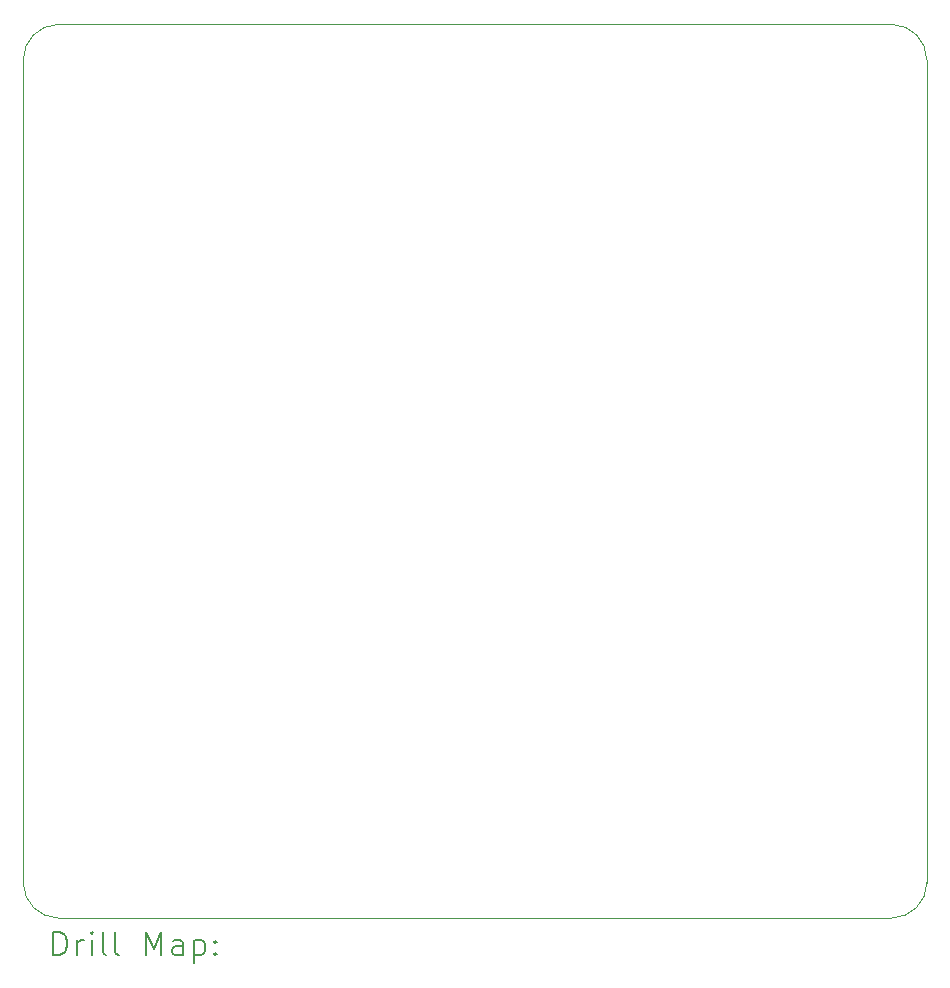
<source format=gbr>
%TF.GenerationSoftware,KiCad,Pcbnew,9.0.6*%
%TF.CreationDate,2026-01-19T06:48:43-03:00*%
%TF.ProjectId,control_dron_v5,636f6e74-726f-46c5-9f64-726f6e5f7635,rev?*%
%TF.SameCoordinates,Original*%
%TF.FileFunction,Drillmap*%
%TF.FilePolarity,Positive*%
%FSLAX45Y45*%
G04 Gerber Fmt 4.5, Leading zero omitted, Abs format (unit mm)*
G04 Created by KiCad (PCBNEW 9.0.6) date 2026-01-19 06:48:43*
%MOMM*%
%LPD*%
G01*
G04 APERTURE LIST*
%ADD10C,0.100000*%
%ADD11C,0.200000*%
G04 APERTURE END LIST*
D10*
X17942000Y-4056500D02*
X17942000Y-11023000D01*
X17942000Y-11023000D02*
G75*
G02*
X17642000Y-11323000I-300000J0D01*
G01*
X10591500Y-11323000D02*
G75*
G02*
X10291500Y-11023000I0J300000D01*
G01*
X10291500Y-11023000D02*
X10291500Y-4056500D01*
X17642000Y-11323000D02*
X10591500Y-11323000D01*
X17642000Y-3756500D02*
G75*
G02*
X17942000Y-4056500I0J-300000D01*
G01*
X10291500Y-4056500D02*
G75*
G02*
X10591500Y-3756500I300000J0D01*
G01*
X10591500Y-3756500D02*
X17642000Y-3756500D01*
D11*
X10547277Y-11639484D02*
X10547277Y-11439484D01*
X10547277Y-11439484D02*
X10594896Y-11439484D01*
X10594896Y-11439484D02*
X10623467Y-11449008D01*
X10623467Y-11449008D02*
X10642515Y-11468055D01*
X10642515Y-11468055D02*
X10652039Y-11487103D01*
X10652039Y-11487103D02*
X10661563Y-11525198D01*
X10661563Y-11525198D02*
X10661563Y-11553769D01*
X10661563Y-11553769D02*
X10652039Y-11591865D01*
X10652039Y-11591865D02*
X10642515Y-11610912D01*
X10642515Y-11610912D02*
X10623467Y-11629960D01*
X10623467Y-11629960D02*
X10594896Y-11639484D01*
X10594896Y-11639484D02*
X10547277Y-11639484D01*
X10747277Y-11639484D02*
X10747277Y-11506150D01*
X10747277Y-11544246D02*
X10756801Y-11525198D01*
X10756801Y-11525198D02*
X10766324Y-11515674D01*
X10766324Y-11515674D02*
X10785372Y-11506150D01*
X10785372Y-11506150D02*
X10804420Y-11506150D01*
X10871086Y-11639484D02*
X10871086Y-11506150D01*
X10871086Y-11439484D02*
X10861563Y-11449008D01*
X10861563Y-11449008D02*
X10871086Y-11458531D01*
X10871086Y-11458531D02*
X10880610Y-11449008D01*
X10880610Y-11449008D02*
X10871086Y-11439484D01*
X10871086Y-11439484D02*
X10871086Y-11458531D01*
X10994896Y-11639484D02*
X10975848Y-11629960D01*
X10975848Y-11629960D02*
X10966324Y-11610912D01*
X10966324Y-11610912D02*
X10966324Y-11439484D01*
X11099658Y-11639484D02*
X11080610Y-11629960D01*
X11080610Y-11629960D02*
X11071086Y-11610912D01*
X11071086Y-11610912D02*
X11071086Y-11439484D01*
X11328229Y-11639484D02*
X11328229Y-11439484D01*
X11328229Y-11439484D02*
X11394896Y-11582341D01*
X11394896Y-11582341D02*
X11461562Y-11439484D01*
X11461562Y-11439484D02*
X11461562Y-11639484D01*
X11642515Y-11639484D02*
X11642515Y-11534722D01*
X11642515Y-11534722D02*
X11632991Y-11515674D01*
X11632991Y-11515674D02*
X11613943Y-11506150D01*
X11613943Y-11506150D02*
X11575848Y-11506150D01*
X11575848Y-11506150D02*
X11556801Y-11515674D01*
X11642515Y-11629960D02*
X11623467Y-11639484D01*
X11623467Y-11639484D02*
X11575848Y-11639484D01*
X11575848Y-11639484D02*
X11556801Y-11629960D01*
X11556801Y-11629960D02*
X11547277Y-11610912D01*
X11547277Y-11610912D02*
X11547277Y-11591865D01*
X11547277Y-11591865D02*
X11556801Y-11572817D01*
X11556801Y-11572817D02*
X11575848Y-11563293D01*
X11575848Y-11563293D02*
X11623467Y-11563293D01*
X11623467Y-11563293D02*
X11642515Y-11553769D01*
X11737753Y-11506150D02*
X11737753Y-11706150D01*
X11737753Y-11515674D02*
X11756801Y-11506150D01*
X11756801Y-11506150D02*
X11794896Y-11506150D01*
X11794896Y-11506150D02*
X11813943Y-11515674D01*
X11813943Y-11515674D02*
X11823467Y-11525198D01*
X11823467Y-11525198D02*
X11832991Y-11544246D01*
X11832991Y-11544246D02*
X11832991Y-11601388D01*
X11832991Y-11601388D02*
X11823467Y-11620436D01*
X11823467Y-11620436D02*
X11813943Y-11629960D01*
X11813943Y-11629960D02*
X11794896Y-11639484D01*
X11794896Y-11639484D02*
X11756801Y-11639484D01*
X11756801Y-11639484D02*
X11737753Y-11629960D01*
X11918705Y-11620436D02*
X11928229Y-11629960D01*
X11928229Y-11629960D02*
X11918705Y-11639484D01*
X11918705Y-11639484D02*
X11909182Y-11629960D01*
X11909182Y-11629960D02*
X11918705Y-11620436D01*
X11918705Y-11620436D02*
X11918705Y-11639484D01*
X11918705Y-11515674D02*
X11928229Y-11525198D01*
X11928229Y-11525198D02*
X11918705Y-11534722D01*
X11918705Y-11534722D02*
X11909182Y-11525198D01*
X11909182Y-11525198D02*
X11918705Y-11515674D01*
X11918705Y-11515674D02*
X11918705Y-11534722D01*
M02*

</source>
